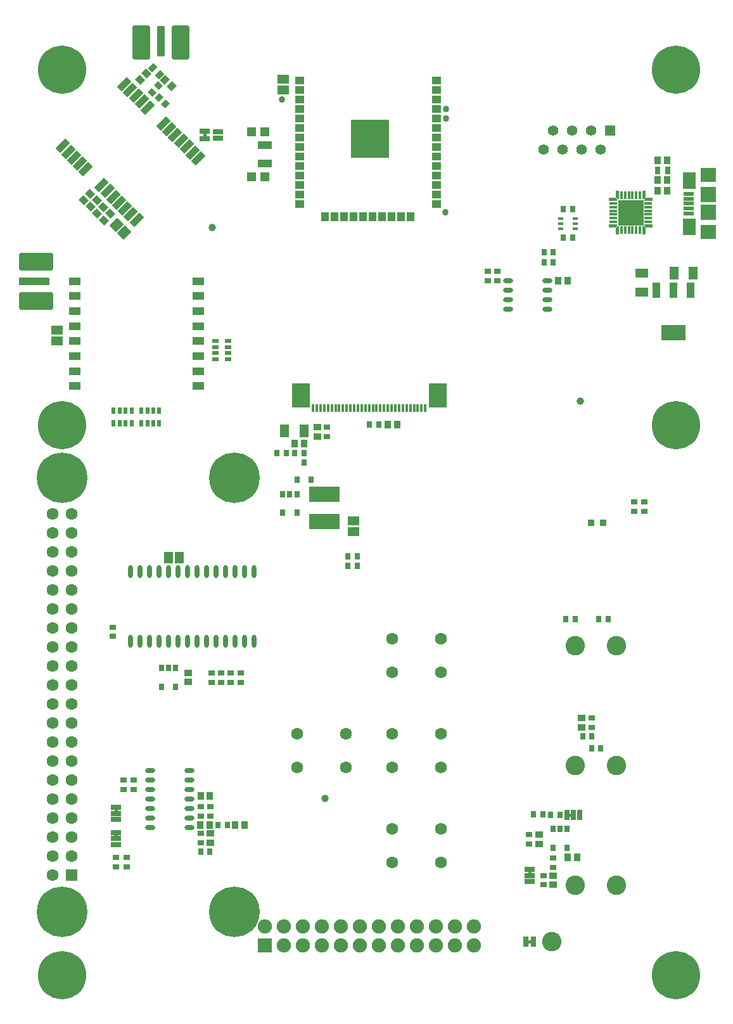
<source format=gts>
G04*
G04 #@! TF.GenerationSoftware,Altium Limited,Altium Designer,18.0.11 (651)*
G04*
G04 Layer_Color=8388736*
%FSLAX25Y25*%
%MOIN*%
G70*
G01*
G75*
%ADD74C,0.01500*%
%ADD75R,0.05400X0.02900*%
%ADD76R,0.03747X0.03156*%
%ADD77R,0.03943X0.08077*%
%ADD78R,0.12802X0.08077*%
%ADD79R,0.03550X0.03550*%
%ADD80C,0.03937*%
%ADD81R,0.03156X0.03747*%
%ADD82R,0.02762X0.01778*%
%ADD83R,0.04731X0.07093*%
G04:AMPARAMS|DCode=84|XSize=39.37mil|YSize=161.42mil|CornerRadius=3.74mil|HoleSize=0mil|Usage=FLASHONLY|Rotation=270.000|XOffset=0mil|YOffset=0mil|HoleType=Round|Shape=RoundedRectangle|*
%AMROUNDEDRECTD84*
21,1,0.03937,0.15394,0,0,270.0*
21,1,0.03189,0.16142,0,0,270.0*
1,1,0.00748,-0.07697,-0.01595*
1,1,0.00748,-0.07697,0.01595*
1,1,0.00748,0.07697,0.01595*
1,1,0.00748,0.07697,-0.01595*
%
%ADD84ROUNDEDRECTD84*%
G04:AMPARAMS|DCode=85|XSize=39.37mil|YSize=161.42mil|CornerRadius=3.74mil|HoleSize=0mil|Usage=FLASHONLY|Rotation=180.000|XOffset=0mil|YOffset=0mil|HoleType=Round|Shape=RoundedRectangle|*
%AMROUNDEDRECTD85*
21,1,0.03937,0.15394,0,0,180.0*
21,1,0.03189,0.16142,0,0,180.0*
1,1,0.00748,-0.01595,0.07697*
1,1,0.00748,0.01595,0.07697*
1,1,0.00748,0.01595,-0.07697*
1,1,0.00748,-0.01595,-0.07697*
%
%ADD85ROUNDEDRECTD85*%
%ADD86R,0.20085X0.20085*%
%ADD87R,0.05124X0.03943*%
%ADD88R,0.03943X0.05124*%
%ADD89R,0.03943X0.03550*%
%ADD90C,0.03400*%
%ADD91R,0.05912X0.04731*%
%ADD92R,0.04731X0.04731*%
%ADD93R,0.07487X0.04337*%
%ADD94R,0.03550X0.03943*%
%ADD95R,0.07093X0.04731*%
%ADD96R,0.02565X0.03550*%
%ADD97O,0.05321X0.02565*%
%ADD98R,0.03077X0.04022*%
%ADD99R,0.05715X0.01975*%
%ADD100R,0.06699X0.08668*%
%ADD101R,0.07880X0.07487*%
%ADD102R,0.07880X0.07880*%
G04:AMPARAMS|DCode=103|XSize=59.12mil|YSize=47.31mil|CornerRadius=0mil|HoleSize=0mil|Usage=FLASHONLY|Rotation=225.000|XOffset=0mil|YOffset=0mil|HoleType=Round|Shape=Rectangle|*
%AMROTATEDRECTD103*
4,1,4,0.00418,0.03763,0.03763,0.00418,-0.00418,-0.03763,-0.03763,-0.00418,0.00418,0.03763,0.0*
%
%ADD103ROTATEDRECTD103*%

G04:AMPARAMS|DCode=104|XSize=39.43mil|YSize=35.5mil|CornerRadius=0mil|HoleSize=0mil|Usage=FLASHONLY|Rotation=225.000|XOffset=0mil|YOffset=0mil|HoleType=Round|Shape=Rectangle|*
%AMROTATEDRECTD104*
4,1,4,0.00139,0.02649,0.02649,0.00139,-0.00139,-0.02649,-0.02649,-0.00139,0.00139,0.02649,0.0*
%
%ADD104ROTATEDRECTD104*%

G04:AMPARAMS|DCode=105|XSize=38.65mil|YSize=34.32mil|CornerRadius=0mil|HoleSize=0mil|Usage=FLASHONLY|Rotation=135.000|XOffset=0mil|YOffset=0mil|HoleType=Round|Shape=Rectangle|*
%AMROTATEDRECTD105*
4,1,4,0.02580,-0.00153,0.00153,-0.02580,-0.02580,0.00153,-0.00153,0.02580,0.02580,-0.00153,0.0*
%
%ADD105ROTATEDRECTD105*%

G04:AMPARAMS|DCode=106|XSize=38.65mil|YSize=30.38mil|CornerRadius=0mil|HoleSize=0mil|Usage=FLASHONLY|Rotation=225.000|XOffset=0mil|YOffset=0mil|HoleType=Round|Shape=Rectangle|*
%AMROTATEDRECTD106*
4,1,4,0.00292,0.02440,0.02440,0.00292,-0.00292,-0.02440,-0.02440,-0.00292,0.00292,0.02440,0.0*
%
%ADD106ROTATEDRECTD106*%

G04:AMPARAMS|DCode=107|XSize=37.47mil|YSize=31.56mil|CornerRadius=0mil|HoleSize=0mil|Usage=FLASHONLY|Rotation=45.000|XOffset=0mil|YOffset=0mil|HoleType=Round|Shape=Rectangle|*
%AMROTATEDRECTD107*
4,1,4,-0.00209,-0.02440,-0.02440,-0.00209,0.00209,0.02440,0.02440,0.00209,-0.00209,-0.02440,0.0*
%
%ADD107ROTATEDRECTD107*%

G04:AMPARAMS|DCode=108|XSize=37.47mil|YSize=31.56mil|CornerRadius=0mil|HoleSize=0mil|Usage=FLASHONLY|Rotation=135.000|XOffset=0mil|YOffset=0mil|HoleType=Round|Shape=Rectangle|*
%AMROTATEDRECTD108*
4,1,4,0.02440,-0.00209,0.00209,-0.02440,-0.02440,0.00209,-0.00209,0.02440,0.02440,-0.00209,0.0*
%
%ADD108ROTATEDRECTD108*%

%ADD109R,0.02959X0.03353*%
%ADD110R,0.16148X0.08274*%
%ADD111O,0.02565X0.06896*%
%ADD112R,0.09455X0.12605*%
%ADD113R,0.01339X0.04488*%
%ADD114R,0.04731X0.05912*%
%ADD115R,0.06306X0.04337*%
G04:AMPARAMS|DCode=116|XSize=74.87mil|YSize=35.5mil|CornerRadius=0mil|HoleSize=0mil|Usage=FLASHONLY|Rotation=45.000|XOffset=0mil|YOffset=0mil|HoleType=Round|Shape=Rectangle|*
%AMROTATEDRECTD116*
4,1,4,-0.01392,-0.03902,-0.03902,-0.01392,0.01392,0.03902,0.03902,0.01392,-0.01392,-0.03902,0.0*
%
%ADD116ROTATEDRECTD116*%

%ADD117R,0.02900X0.05400*%
G04:AMPARAMS|DCode=118|XSize=39.43mil|YSize=35.5mil|CornerRadius=0mil|HoleSize=0mil|Usage=FLASHONLY|Rotation=135.000|XOffset=0mil|YOffset=0mil|HoleType=Round|Shape=Rectangle|*
%AMROTATEDRECTD118*
4,1,4,0.02649,-0.00139,0.00139,-0.02649,-0.02649,0.00139,-0.00139,0.02649,0.02649,-0.00139,0.0*
%
%ADD118ROTATEDRECTD118*%

%ADD119R,0.03550X0.02368*%
%ADD120R,0.02368X0.03550*%
%ADD121R,0.13465X0.13465*%
%ADD122R,0.04409X0.01654*%
%ADD123R,0.01654X0.04409*%
G04:AMPARAMS|DCode=124|XSize=90.55mil|YSize=177.17mil|CornerRadius=6.3mil|HoleSize=0mil|Usage=FLASHONLY|Rotation=270.000|XOffset=0mil|YOffset=0mil|HoleType=Round|Shape=RoundedRectangle|*
%AMROUNDEDRECTD124*
21,1,0.09055,0.16457,0,0,270.0*
21,1,0.07795,0.17717,0,0,270.0*
1,1,0.01260,-0.08228,-0.03898*
1,1,0.01260,-0.08228,0.03898*
1,1,0.01260,0.08228,0.03898*
1,1,0.01260,0.08228,-0.03898*
%
%ADD124ROUNDEDRECTD124*%
G04:AMPARAMS|DCode=125|XSize=90.55mil|YSize=177.17mil|CornerRadius=6.3mil|HoleSize=0mil|Usage=FLASHONLY|Rotation=180.000|XOffset=0mil|YOffset=0mil|HoleType=Round|Shape=RoundedRectangle|*
%AMROUNDEDRECTD125*
21,1,0.09055,0.16457,0,0,180.0*
21,1,0.07795,0.17717,0,0,180.0*
1,1,0.01260,-0.03898,0.08228*
1,1,0.01260,0.03898,0.08228*
1,1,0.01260,0.03898,-0.08228*
1,1,0.01260,-0.03898,-0.08228*
%
%ADD125ROUNDEDRECTD125*%
%ADD126C,0.26575*%
%ADD127R,0.06306X0.06306*%
%ADD128C,0.06306*%
%ADD129C,0.10243*%
%ADD130C,0.00400*%
%ADD131C,0.25400*%
%ADD132C,0.07487*%
%ADD133R,0.07487X0.07487*%
%ADD134C,0.05518*%
%ADD135R,0.05518X0.05518*%
G36*
X130566Y156318D02*
X129642Y155393D01*
X126158Y155392D01*
Y157046D01*
X130568D01*
X130566Y156318D01*
D02*
G37*
G36*
X131552Y151652D02*
X129898D01*
X129899Y155136D01*
X130824Y156060D01*
X131552Y156061D01*
Y151652D01*
D02*
G37*
G36*
Y170156D02*
X130824Y170158D01*
X129899Y171082D01*
X129898Y174565D01*
X131552D01*
Y170156D01*
D02*
G37*
G36*
X129642Y170825D02*
X130566Y169899D01*
X130568Y169172D01*
X126158D01*
Y170826D01*
X129642Y170825D01*
D02*
G37*
G36*
X149072Y155392D02*
X145588Y155393D01*
X144664Y156318D01*
X144662Y157046D01*
X149072D01*
Y155392D01*
D02*
G37*
G36*
X144405Y156060D02*
X145331Y155136D01*
X145332Y151652D01*
X143678D01*
Y156061D01*
X144405Y156060D01*
D02*
G37*
G36*
X145331Y171082D02*
X144405Y170158D01*
X143678Y170156D01*
Y174565D01*
X145332D01*
X145331Y171082D01*
D02*
G37*
G36*
X149072Y169172D02*
X144662D01*
X144664Y169899D01*
X145588Y170825D01*
X149072Y170826D01*
Y169172D01*
D02*
G37*
D74*
X-133248Y-152854D02*
Y-149854D01*
X-133248Y-166098D02*
Y-163098D01*
X84285Y-185566D02*
Y-182566D01*
X83069Y-220472D02*
X86069D01*
X-86544Y202459D02*
Y205459D01*
X104374Y-153759D02*
X107374D01*
D75*
X-133248Y-149729D02*
D03*
Y-152929D02*
D03*
Y-156129D02*
D03*
X-133248Y-162972D02*
D03*
Y-166173D02*
D03*
Y-169372D02*
D03*
X84285Y-182441D02*
D03*
Y-185641D02*
D03*
Y-188841D02*
D03*
X-79711Y205731D02*
D03*
Y202187D02*
D03*
X-86544Y201959D02*
D03*
Y205959D02*
D03*
D76*
X-133307Y-180905D02*
D03*
Y-175984D02*
D03*
X-127655Y-175984D02*
D03*
Y-180905D02*
D03*
X144855Y5897D02*
D03*
Y10819D02*
D03*
X139359Y5897D02*
D03*
Y10819D02*
D03*
X-129149Y-140224D02*
D03*
Y-135302D02*
D03*
X-123936D02*
D03*
Y-140224D02*
D03*
X-72810Y-83925D02*
D03*
Y-79004D02*
D03*
X-77925Y-83925D02*
D03*
Y-79004D02*
D03*
X-83040Y-83925D02*
D03*
Y-79004D02*
D03*
X-67695Y-83925D02*
D03*
Y-79004D02*
D03*
X-134895Y-54946D02*
D03*
Y-59868D02*
D03*
X67518Y127360D02*
D03*
Y132282D02*
D03*
X62416D02*
D03*
Y127360D02*
D03*
X91746Y-185585D02*
D03*
Y-190506D02*
D03*
X96750Y-176403D02*
D03*
Y-181324D02*
D03*
X117170Y-107658D02*
D03*
Y-102736D02*
D03*
X83991Y-164192D02*
D03*
Y-169114D02*
D03*
X-88714Y-149459D02*
D03*
Y-154380D02*
D03*
X-83650Y-149459D02*
D03*
Y-154380D02*
D03*
X-88695Y-163417D02*
D03*
Y-168338D02*
D03*
X-22168Y45328D02*
D03*
Y50249D02*
D03*
D77*
X169277Y122252D02*
D03*
X160221D02*
D03*
X151166D02*
D03*
D78*
X160221Y100007D02*
D03*
D79*
X123150Y0D02*
D03*
X116850D02*
D03*
D80*
X-82615Y155396D02*
D03*
X111171Y63991D02*
D03*
X-23056Y-145084D02*
D03*
D81*
X106951Y149802D02*
D03*
X102029D02*
D03*
X106951Y164850D02*
D03*
X102029D02*
D03*
X96940Y137065D02*
D03*
X92019D02*
D03*
X-11228Y-22663D02*
D03*
X-6306D02*
D03*
X-11228Y-17595D02*
D03*
X-6306D02*
D03*
X96940Y142154D02*
D03*
X92019D02*
D03*
X103592Y-50741D02*
D03*
X108513D02*
D03*
X125716Y-50666D02*
D03*
X120795D02*
D03*
X121935Y-118609D02*
D03*
X117014D02*
D03*
X112331Y-112249D02*
D03*
X117253D02*
D03*
X86569Y-153537D02*
D03*
X91490D02*
D03*
X95509Y-153565D02*
D03*
X100430D02*
D03*
X-79569Y-158899D02*
D03*
X-74648D02*
D03*
X-88654Y-172896D02*
D03*
X-83733D02*
D03*
X-34315Y36481D02*
D03*
X-39236D02*
D03*
X-43473Y36478D02*
D03*
X-48395D02*
D03*
X5004Y51578D02*
D03*
X82D02*
D03*
D82*
X108329Y159883D02*
D03*
Y157324D02*
D03*
Y154765D02*
D03*
X100652D02*
D03*
Y157324D02*
D03*
Y159883D02*
D03*
D83*
X170542Y131193D02*
D03*
X160305D02*
D03*
X-44567Y48377D02*
D03*
X-34330D02*
D03*
D84*
X-176139Y127000D02*
D03*
D85*
X-109500Y253300D02*
D03*
D86*
X490Y202112D02*
D03*
D87*
X35376Y232560D02*
D03*
Y227560D02*
D03*
Y222560D02*
D03*
Y217560D02*
D03*
Y212560D02*
D03*
Y207560D02*
D03*
Y202560D02*
D03*
Y197560D02*
D03*
Y192560D02*
D03*
Y187560D02*
D03*
Y182560D02*
D03*
Y177560D02*
D03*
Y172560D02*
D03*
Y167560D02*
D03*
X-36624D02*
D03*
Y172560D02*
D03*
Y177560D02*
D03*
Y182560D02*
D03*
Y187560D02*
D03*
Y192560D02*
D03*
Y197560D02*
D03*
Y202560D02*
D03*
Y207560D02*
D03*
Y212560D02*
D03*
Y217560D02*
D03*
Y222560D02*
D03*
Y227560D02*
D03*
Y232560D02*
D03*
D88*
X21868Y161060D02*
D03*
X16868D02*
D03*
X11868D02*
D03*
X6868D02*
D03*
X1868D02*
D03*
X-3132D02*
D03*
X-8132D02*
D03*
X-13132D02*
D03*
X-18132D02*
D03*
X-23124D02*
D03*
D89*
X-95065Y-83859D02*
D03*
Y-78938D02*
D03*
X96804Y-185615D02*
D03*
Y-190536D02*
D03*
X111827Y-107616D02*
D03*
Y-102695D02*
D03*
X89491Y-164192D02*
D03*
Y-169114D02*
D03*
X-83631Y-163417D02*
D03*
Y-168338D02*
D03*
X-27206Y50256D02*
D03*
Y45335D02*
D03*
D90*
X-46049Y222578D02*
D03*
X40128Y163138D02*
D03*
X40529Y212610D02*
D03*
Y217501D02*
D03*
D91*
X-164107Y95687D02*
D03*
Y101198D02*
D03*
X-45143Y227671D02*
D03*
Y233183D02*
D03*
X-8197Y858D02*
D03*
Y-4654D02*
D03*
D92*
X-54942Y205502D02*
D03*
X-62029D02*
D03*
X-54942Y182039D02*
D03*
X-62028D02*
D03*
D93*
X-54840Y198626D02*
D03*
Y188784D02*
D03*
D94*
X99503Y127338D02*
D03*
X104424D02*
D03*
X151907Y174559D02*
D03*
X156828D02*
D03*
Y190470D02*
D03*
X151907D02*
D03*
X151907Y180325D02*
D03*
X156828D02*
D03*
X104366Y-176031D02*
D03*
X109287D02*
D03*
X-65527Y-158899D02*
D03*
X-70448D02*
D03*
X-83821Y-158898D02*
D03*
X-88742D02*
D03*
X-88687Y-143821D02*
D03*
X-83766D02*
D03*
X-34288Y41625D02*
D03*
X-39209D02*
D03*
X9829Y51578D02*
D03*
X14751D02*
D03*
D95*
X143384Y131404D02*
D03*
Y121168D02*
D03*
D96*
X-101744Y-86320D02*
D03*
X-109224D02*
D03*
Y-76477D02*
D03*
X-105484D02*
D03*
X-101744D02*
D03*
X104231Y-171172D02*
D03*
X96750D02*
D03*
Y-161133D02*
D03*
X100491D02*
D03*
X104231D02*
D03*
X-37980Y5154D02*
D03*
X-45461D02*
D03*
Y14997D02*
D03*
X-41721D02*
D03*
X-37980D02*
D03*
D97*
X-115352Y-130240D02*
D03*
Y-135240D02*
D03*
Y-140240D02*
D03*
Y-145240D02*
D03*
Y-150240D02*
D03*
Y-155240D02*
D03*
Y-160240D02*
D03*
X-94683Y-130240D02*
D03*
Y-135240D02*
D03*
Y-140240D02*
D03*
Y-145240D02*
D03*
Y-150240D02*
D03*
Y-155240D02*
D03*
Y-160240D02*
D03*
X93798Y112338D02*
D03*
Y117338D02*
D03*
Y122337D02*
D03*
Y127338D02*
D03*
X73129Y112338D02*
D03*
Y117338D02*
D03*
Y122337D02*
D03*
Y127338D02*
D03*
D98*
X156966Y185397D02*
D03*
X151769D02*
D03*
D99*
X167969Y172979D02*
D03*
Y162742D02*
D03*
Y165302D02*
D03*
Y170420D02*
D03*
Y167861D02*
D03*
D100*
X168461Y180066D02*
D03*
Y155656D02*
D03*
D101*
X178500Y152900D02*
D03*
Y182821D02*
D03*
D102*
Y163136D02*
D03*
Y172585D02*
D03*
D103*
X-132725Y156552D02*
D03*
X-128828Y152655D02*
D03*
D104*
X-107471Y232994D02*
D03*
X-103991Y229514D02*
D03*
D105*
X-150200Y169631D02*
D03*
X-146776Y173055D02*
D03*
X-146694Y166124D02*
D03*
X-143270Y169549D02*
D03*
X-143222Y162578D02*
D03*
X-139798Y166002D02*
D03*
X-139719Y159063D02*
D03*
X-136294Y162488D02*
D03*
D106*
X-110222Y235711D02*
D03*
X-113924Y239414D02*
D03*
D107*
X-107213Y220129D02*
D03*
X-110693Y223609D02*
D03*
D108*
X-110735Y229927D02*
D03*
X-114215Y226447D02*
D03*
D109*
X-34290Y31601D02*
D03*
X-30549Y22743D02*
D03*
X-38030D02*
D03*
D110*
X-23599Y459D02*
D03*
Y15026D02*
D03*
D111*
X-60605Y-25556D02*
D03*
X-65605D02*
D03*
X-70605D02*
D03*
X-75605D02*
D03*
X-80605D02*
D03*
X-85605D02*
D03*
X-90605D02*
D03*
X-95605D02*
D03*
X-100605D02*
D03*
X-105605D02*
D03*
X-110605D02*
D03*
X-115605D02*
D03*
X-120605D02*
D03*
X-125605D02*
D03*
X-60605Y-62367D02*
D03*
X-65605D02*
D03*
X-70605D02*
D03*
X-75605D02*
D03*
X-80605D02*
D03*
X-85605D02*
D03*
X-90605D02*
D03*
X-95605D02*
D03*
X-100605D02*
D03*
X-105605D02*
D03*
X-110605D02*
D03*
X-115605D02*
D03*
X-120605D02*
D03*
X-125605D02*
D03*
D112*
X-36024Y66929D02*
D03*
X36024D02*
D03*
D113*
X29528Y60236D02*
D03*
X27559D02*
D03*
X25591D02*
D03*
X23622D02*
D03*
X21654D02*
D03*
X19685D02*
D03*
X17717D02*
D03*
X15748D02*
D03*
X13780D02*
D03*
X11811D02*
D03*
X9843D02*
D03*
X7874D02*
D03*
X5906D02*
D03*
X3937D02*
D03*
X1969D02*
D03*
X0D02*
D03*
X-29528D02*
D03*
X-27559D02*
D03*
X-25591D02*
D03*
X-23622D02*
D03*
X-21654D02*
D03*
X-19685D02*
D03*
X-17717D02*
D03*
X-15748D02*
D03*
X-13780D02*
D03*
X-11811D02*
D03*
X-9843D02*
D03*
X-7874D02*
D03*
X-5906D02*
D03*
X-3937D02*
D03*
X-1968D02*
D03*
D114*
X-99892Y-18245D02*
D03*
X-105404D02*
D03*
D115*
X-154780Y127009D02*
D03*
Y119135D02*
D03*
Y111261D02*
D03*
Y103387D02*
D03*
Y95513D02*
D03*
Y87639D02*
D03*
Y79765D02*
D03*
Y71891D02*
D03*
X-89820Y127009D02*
D03*
Y119135D02*
D03*
Y111261D02*
D03*
Y103387D02*
D03*
Y95513D02*
D03*
Y87639D02*
D03*
Y79765D02*
D03*
Y71891D02*
D03*
D116*
X-122350Y159169D02*
D03*
X-125412Y162231D02*
D03*
X-128474Y165294D02*
D03*
X-131536Y168356D02*
D03*
X-134599Y171418D02*
D03*
X-137661Y174480D02*
D03*
X-140723Y177543D02*
D03*
X-149075Y185895D02*
D03*
X-152137Y188957D02*
D03*
X-155200Y192019D02*
D03*
X-158262Y195081D02*
D03*
X-161324Y198143D02*
D03*
X-128797Y230670D02*
D03*
X-125735Y227608D02*
D03*
X-122673Y224546D02*
D03*
X-119610Y221484D02*
D03*
X-116548Y218421D02*
D03*
X-108196Y210070D02*
D03*
X-105134Y207007D02*
D03*
X-102072Y203945D02*
D03*
X-99010Y200883D02*
D03*
X-95947Y197821D02*
D03*
X-92885Y194758D02*
D03*
X-89823Y191696D02*
D03*
D117*
X86569Y-220472D02*
D03*
X82569D02*
D03*
X110649Y-153759D02*
D03*
X107449D02*
D03*
X104249D02*
D03*
D118*
X-117149Y236284D02*
D03*
X-120629Y232804D02*
D03*
D119*
X-74107Y86040D02*
D03*
Y89189D02*
D03*
Y92339D02*
D03*
Y95489D02*
D03*
X-80800Y86040D02*
D03*
Y89189D02*
D03*
Y92339D02*
D03*
Y95489D02*
D03*
D120*
X-124950Y58988D02*
D03*
X-128099D02*
D03*
X-131249D02*
D03*
X-134399D02*
D03*
X-124950Y52296D02*
D03*
X-128099D02*
D03*
X-131249D02*
D03*
X-134399D02*
D03*
X-110392Y58988D02*
D03*
X-113542D02*
D03*
X-116691D02*
D03*
X-119841D02*
D03*
X-110392Y52296D02*
D03*
X-113542D02*
D03*
X-116691D02*
D03*
X-119841D02*
D03*
D121*
X137615Y163109D02*
D03*
D122*
X128363Y160156D02*
D03*
Y162125D02*
D03*
Y164093D02*
D03*
Y166062D02*
D03*
Y168030D02*
D03*
X146867D02*
D03*
Y166062D02*
D03*
Y164093D02*
D03*
Y162125D02*
D03*
Y160156D02*
D03*
Y158187D02*
D03*
X128363D02*
D03*
D123*
X132694Y172361D02*
D03*
X134662D02*
D03*
X136631D02*
D03*
X138599D02*
D03*
X140568D02*
D03*
X142536D02*
D03*
Y153857D02*
D03*
X140568D02*
D03*
X138599D02*
D03*
X136631D02*
D03*
X134662D02*
D03*
X132694D02*
D03*
D124*
X-175352Y116764D02*
D03*
Y137236D02*
D03*
D125*
X-119736Y252513D02*
D03*
X-99264D02*
D03*
D126*
X-161417Y23622D02*
D03*
X-70866D02*
D03*
X-161417Y-204724D02*
D03*
X-70866D02*
D03*
D127*
X-156417Y-185551D02*
D03*
D128*
Y-175551D02*
D03*
Y-165551D02*
D03*
Y-155551D02*
D03*
Y-145551D02*
D03*
Y-135551D02*
D03*
Y-125551D02*
D03*
Y-115551D02*
D03*
Y-105551D02*
D03*
Y-95551D02*
D03*
Y-85551D02*
D03*
Y-75551D02*
D03*
Y-65551D02*
D03*
Y-55551D02*
D03*
Y-45551D02*
D03*
Y-35551D02*
D03*
Y-25551D02*
D03*
Y-15551D02*
D03*
Y-5551D02*
D03*
Y4449D02*
D03*
X-166417Y-185551D02*
D03*
Y-175551D02*
D03*
Y-165551D02*
D03*
Y-155551D02*
D03*
Y-145551D02*
D03*
Y-135551D02*
D03*
Y-125551D02*
D03*
Y-115551D02*
D03*
Y-105551D02*
D03*
Y-95551D02*
D03*
Y-85551D02*
D03*
Y-75551D02*
D03*
Y-65551D02*
D03*
Y-55551D02*
D03*
Y-45551D02*
D03*
Y-35551D02*
D03*
Y-25551D02*
D03*
Y-15551D02*
D03*
Y-5551D02*
D03*
Y4449D02*
D03*
X37795Y-61142D02*
D03*
X12205D02*
D03*
Y-78858D02*
D03*
X37795D02*
D03*
X-37795Y-128858D02*
D03*
X-12205D02*
D03*
Y-111142D02*
D03*
X-37795D02*
D03*
X37795D02*
D03*
X12205D02*
D03*
Y-128858D02*
D03*
X37795D02*
D03*
Y-161142D02*
D03*
X12205D02*
D03*
Y-178858D02*
D03*
X37795D02*
D03*
D129*
X108454Y-190669D02*
D03*
X130108D02*
D03*
X108454Y-64685D02*
D03*
X130108D02*
D03*
X108454Y-127677D02*
D03*
X130108D02*
D03*
X95964Y-220472D02*
D03*
D130*
X146643Y-208386D02*
D03*
Y-172953D02*
D03*
Y-82402D02*
D03*
Y-46969D02*
D03*
Y-145394D02*
D03*
Y-109961D02*
D03*
X86896Y231400D02*
D03*
X131904D02*
D03*
D131*
X161417Y-238189D02*
D03*
X-161417D02*
D03*
X161417Y51181D02*
D03*
X-161417D02*
D03*
X161417Y238189D02*
D03*
X-161417D02*
D03*
D132*
X55000Y-212441D02*
D03*
X45000D02*
D03*
X35000D02*
D03*
X25000D02*
D03*
X15000D02*
D03*
X5000D02*
D03*
X-5000D02*
D03*
X-15000D02*
D03*
X-25000D02*
D03*
X-35000D02*
D03*
X-45000D02*
D03*
X-55000D02*
D03*
X55000Y-222441D02*
D03*
X45000D02*
D03*
X35000D02*
D03*
X25000D02*
D03*
X15000D02*
D03*
X5000D02*
D03*
X-5000D02*
D03*
X-15000D02*
D03*
X-25000D02*
D03*
X-35000D02*
D03*
X-45000D02*
D03*
D133*
X-55000D02*
D03*
D134*
X91896Y196400D02*
D03*
X96896Y206400D02*
D03*
X101896Y196400D02*
D03*
X106896Y206400D02*
D03*
X111896Y196400D02*
D03*
X116896Y206400D02*
D03*
X121896Y196400D02*
D03*
D135*
X126896Y206400D02*
D03*
M02*

</source>
